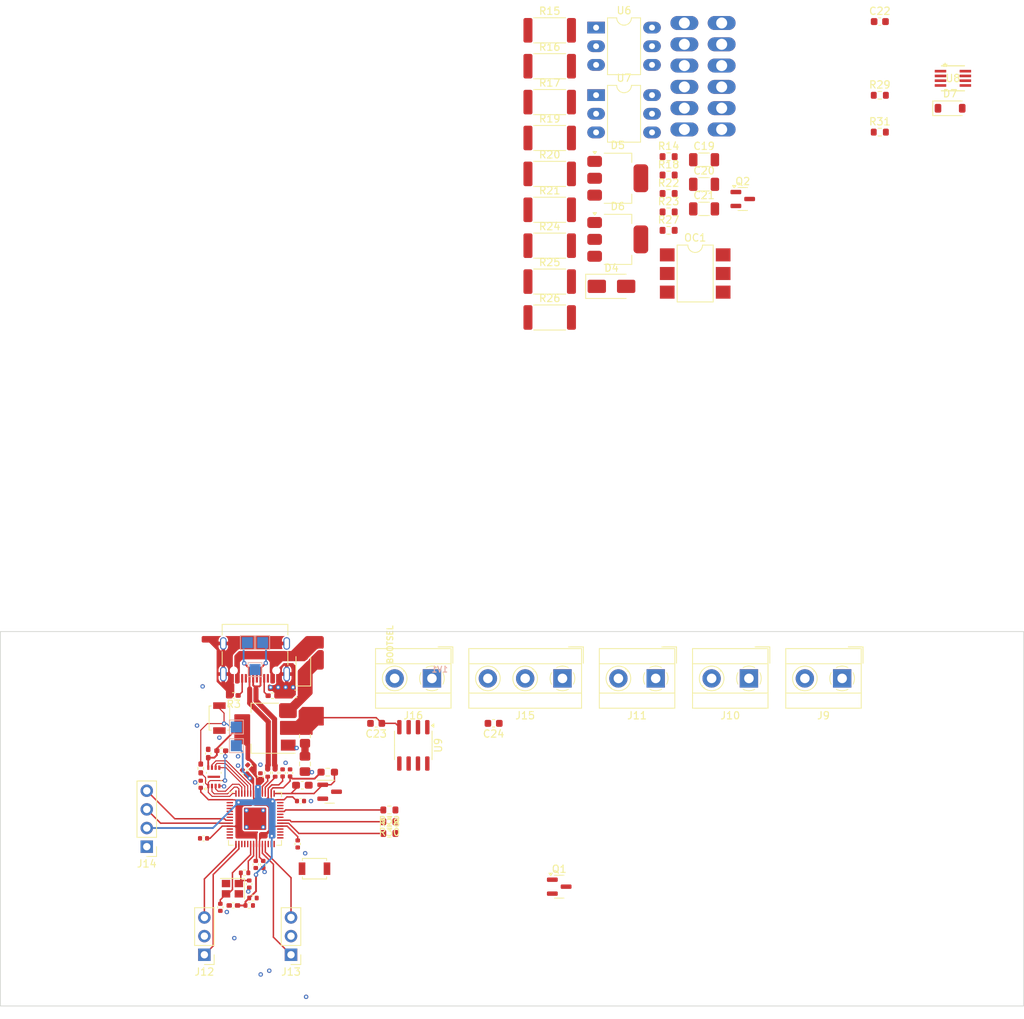
<source format=kicad_pcb>
(kicad_pcb (version 20240108) (generator "pcbnew") (generator_version "8.0")
  (layers (0 "F.Cu" signal) (31 "B.Cu" signal) (34 "B.Paste" user) (35 "F.Paste" user) (36 "B.SilkS" user "B.Silkscreen") (37 "F.SilkS" user "F.Silkscreen") (38 "B.Mask" user) (39 "F.Mask" user) (44 "Edge.Cuts" user))
  (net 0 "")
  (net 1 "Net-(C3-Pad1)")
  (net 2 "GND")
  (net 3 "+3V3")
  (net 4 "/XIN")
  (net 5 "+5V")
  (net 6 "+1V1")
  (net 7 "VBUS")
  (net 8 "Net-(C19-Pad1)")
  (net 9 "/High Voltage/AC_N")
  (net 10 "/EEPROM_SCL")
  (net 11 "Net-(J1-CC1)")
  (net 12 "/D+")
  (net 13 "/D-")
  (net 15 "Net-(J1-CC2)")
  (net 17 "/SWCLK")
  (net 18 "/RUN")
  (net 19 "/GPIO0")
  (net 20 "/GPIO1")
  (net 21 "/GPIO2")
  (net 22 "/GPIO3")
  (net 23 "/GPIO4")
  (net 24 "/GPIO5")
  (net 25 "Net-(C20-Pad1)")
  (net 26 "Net-(D5-A1)")
  (net 27 "/GPIO8")
  (net 28 "/GPIO9")
  (net 29 "/GPIO10")
  (net 30 "/GPIO11")
  (net 31 "Net-(C21-Pad1)")
  (net 32 "Net-(D6-A1)")
  (net 33 "Net-(D7-K)")
  (net 34 "Net-(D4-K)")
  (net 35 "Net-(D5-G)")
  (net 36 "/GPIO28_ADC2")
  (net 37 "/GPIO27_ADC1")
  (net 38 "/High Voltage/AC_L")
  (net 39 "Net-(D6-G)")
  (net 40 "Net-(D7-A)")
  (net 41 "Net-(J9-Pin_1)")
  (net 42 "/GPIO19")
  (net 43 "Net-(J10-Pin_1)")
  (net 44 "Net-(J11-Pin_2)")
  (net 45 "/GPIO16")
  (net 46 "/3V0_VREF")
  (net 47 "/QSPI_SS")
  (net 48 "Net-(R1-Pad2)")
  (net 49 "/XOUT")
  (net 50 "/DP")
  (net 51 "/EEPROM_SDA")
  (net 52 "/QSPI_SD1")
  (net 53 "/QSPI_SD2")
  (net 54 "/QSPI_SD0")
  (net 55 "/QSPI_SCLK")
  (net 56 "/QSPI_SD3")
  (net 57 "Net-(C6-Pad1)")
  (net 58 "/DN")
  (net 59 "/UART_RX")
  (net 60 "/UART_TX")
  (net 61 "/SWDIO")
  (net 62 "/SCREEN_SCL")
  (net 63 "/SCREEN_SDA")
  (net 64 "/PRES_SENS")
  (net 65 "/Peripherals/NEG_THCPL")
  (net 66 "/Peripherals/POS_THCPL")
  (net 67 "/~{ZC_SIG}")
  (net 70 "Net-(Q1-B)")
  (net 71 "Net-(Q1-C)")
  (net 72 "Net-(Q2-B)")
  (net 73 "Net-(Q2-C)")
  (net 74 "Net-(R15-Pad2)")
  (net 75 "Net-(R18-Pad1)")
  (net 76 "Net-(R19-Pad1)")
  (net 77 "/PUMP_OUT")
  (net 78 "Net-(R23-Pad2)")
  (net 79 "Net-(R24-Pad1)")
  (net 80 "/3WAY_OUT")
  (net 81 "/BREW_SW")
  (net 82 "/STEAM_SW")
  (net 83 "/BOIL_OUT")
  (net 84 "/MAX_MISO")
  (net 85 "/MAX_SCK")
  (net 86 "/MAX_CS")
  (footprint "W25Q16JVUXIQ_TR:IC_W25Q16JVUXIQ_TR" (layer "F.Cu") (at 71.8818 69.285 90)
    (property "Reference" "U2" (hide yes))
    (property "Value" "W25Q16JVUXIQ")
  )
  (footprint "Button_Switch_SMD:SW_SPST_B3U-1000P" (layer "F.Cu") (at 72.6438 61.284 90)
    (property "Reference" "SW1" (hide yes))
    (property "Value" "BOOTSEL")
  )
  (footprint "Capacitor_SMD:C_1206_3216Metric" (layer "F.Cu") (at 138.67 -8.08)
    (property "Reference" "C21")
    (property "Value" "10nf")
  )
  (footprint "Capacitor_SMD:C_0402_1005Metric" (layer "F.Cu") (at 82.2704 68.7516 90)
    (property "Reference" "C12" (hide yes))
    (property "Value" "1u")
  )
  (footprint "Capacitor_SMD:C_0603_1608Metric_Pad1.08x0.95mm_HandSolder" (layer "F.Cu") (at 83.0578 57.982 180)
    (property "Reference" "C4" (hide yes))
    (property "Value" "2.2u")
  )
  (footprint "Footprints:Quick Disconnect" (layer "F.Cu") (at 138.525 -21.805)
    (property "Reference" "J7" (hide yes))
    (property "Value" "3WAY_L" (hide yes))
  )
  (footprint "Capacitor_SMD:C_0603_1608Metric" (layer "F.Cu") (at 162.61 -33.6)
    (property "Reference" "C22")
    (property "Value" "1uF")
  )
  (footprint "Package_TO_SOT_SMD:SOT-23" (layer "F.Cu") (at 143.94 -9.43)
    (property "Reference" "Q2")
    (property "Value" "BC847")
  )
  (footprint "Capacitor_SMD:C_0402_1005Metric" (layer "F.Cu") (at 72.7708 87.065 -90)
    (property "Reference" "C2" (hide yes))
    (property "Value" "18p")
  )
  (footprint "Footprints:Quick Disconnect" (layer "F.Cu") (at 138.525 -18.905)
    (property "Reference" "J8" (hide yes))
    (property "Value" "3WAY_N" (hide yes))
  )
  (footprint "TerminalBlock_MetzConnect:TerminalBlock_MetzConnect_Type101_RT01602HBWC_1x02_P5.08mm_Horizontal" (layer "F.Cu") (at 101.6 55.88 180)
    (property "Reference" "J16")
    (property "Value" "THCPL")
  )
  (footprint "Resistor_SMD:R_2512_6332Metric" (layer "F.Cu") (at 117.64 6.71)
    (property "Reference" "R26")
    (property "Value" "360")
  )
  (footprint "RP2040:RP2040-QFN-56" (layer "F.Cu") (at 77.5 75)
    (property "Reference" "U5" (hide yes))
    (property "Value" "RP2040")
  )
  (footprint "Resistor_SMD:R_0603_1608Metric" (layer "F.Cu") (at 162.61 -18.54)
    (property "Reference" "R31")
    (property "Value" "22k")
  )
  (footprint "Resistor_SMD:R_2512_6332Metric" (layer "F.Cu") (at 117.64 -32.41)
    (property "Reference" "R15")
    (property "Value" "100k")
  )
  (footprint "Capacitor_SMD:C_0402_1005Metric" (layer "F.Cu") (at 78.2318 69.285 90)
    (property "Reference" "C13" (hide yes))
    (property "Value" "100n")
  )
  (footprint "Resistor_SMD:R_0402_1005Metric" (layer "F.Cu") (at 76.0728 82.366 180)
    (property "Reference" "R5" (hide yes))
    (property "Value" "1k")
  )
  (footprint "Resistor_SMD:R_0603_1608Metric" (layer "F.Cu") (at 95.8 73.8 180)
    (property "Reference" "R32")
    (property "Value" "660")
  )
  (footprint "Resistor_SMD:R_0603_1608Metric" (layer "F.Cu") (at 162.61 -23.56)
    (property "Reference" "R29")
    (property "Value" "51k")
  )
  (footprint "Connector_PinHeader_2.54mm:PinHeader_1x04_P2.54mm_Vertical" (layer "F.Cu") (at 62.75 78.8 180)
    (property "Reference" "J14")
    (property "Value" "SCREEN")
  )
  (footprint "Resistor_SMD:R_0603_1608Metric" (layer "F.Cu") (at 133.84 -5.16)
    (property "Reference" "R27")
    (property "Value" "27k")
  )
  (footprint "Capacitor_SMD:C_0402_1005Metric" (layer "F.Cu") (at 83.6928 72.587)
    (property "Reference" "C14" (hide yes))
    (property "Value" "100n")
  )
  (footprint "Capacitor_SMD:C_0402_1005Metric_Pad0.74x0.62mm_HandSolder" (layer "F.Cu") (at 74.5488 86.811 180)
    (property "Reference" "C1" (hide yes))
    (property "Value" "100n")
  )
  (footprint "Capacitor_SMD:C_1206_3216Metric" (layer "F.Cu") (at 138.67 -11.43)
    (property "Reference" "C20")
    (property "Value" "10nf")
  )
  (footprint "Capacitor_SMD:C_0402_1005Metric" (layer "F.Cu") (at 76.7078 83.89 -90)
    (property "Reference" "C3" (hide yes))
    (property "Value" "18p")
  )
  (footprint "Package_TO_SOT_SMD:SOT-223" (layer "F.Cu") (at 126.91 -12.255)
    (property "Reference" "D5")
    (property "Value" "Z0107MN")
  )
  (footprint "Package_TO_SOT_SMD:SOT-223-3_TabPin2" (layer "F.Cu") (at 78.8668 62.667 180)
    (property "Reference" "U3" (hide yes))
    (property "Value" "AMS1117-3.3")
  )
  (footprint "Diode_SMD:D_SMA" (layer "F.Cu") (at 126.055 2.47)
    (property "Reference" "D4")
    (property "Value" "BYG23M-E3/TR")
  )
  (footprint "Capacitor_SMD:C_0603_1608Metric" (layer "F.Cu") (at 94 62 180)
    (property "Reference" "C23")
    (property "Value" "0.1u")
  )
  (footprint "Capacitor_SMD:C_1206_3216Metric" (layer "F.Cu") (at 138.67 -14.78)
    (property "Reference" "C19")
    (property "Value" "10nf")
  )
  (footprint "Footprints:Quick Disconnect" (layer "F.Cu") (at 138.525 -24.705)
    (property "Reference" "J6" (hide yes))
    (property "Value" "PUMP_N" (hide yes))
  )
  (footprint "Resistor_SMD:R_2512_6332Metric" (layer "F.Cu") (at 117.64 -27.52)
    (property "Reference" "R16")
    (property "Value" "100k")
  )
  (footprint "Connector_PinHeader_2.54mm:PinHeader_1x03_P2.54mm_Vertical" (layer "F.Cu") (at 82.4 93.525 180)
    (property "Reference" "J13")
    (property "Value" "DEBUG")
  )
  (footprint "TerminalBlock_MetzConnect:TerminalBlock_MetzConnect_Type101_RT01602HBWC_1x02_P5.08mm_Horizontal" (layer "F.Cu") (at 144.78 55.88 180)
    (property "Reference" "J10")
    (property "Value" "STEAM_SW")
  )
  (footprint "Resistor_SMD:R_2512_6332Metric" (layer "F.Cu") (at 117.64 -7.96)
    (property "Reference" "R21")
    (property "Value" "360")
  )
  (footprint "Capacitor_SMD:C_0402_1005Metric" (layer "F.Cu") (at 77.5968 81.223 -90)
    (property "Reference" "C18" (hide yes))
    (property "Value" "100n")
  )
  (footprint "Resistor_SMD:R_2512_6332Metric" (layer "F.Cu") (at 117.64 -17.74)
    (property "Reference" "R19")
    (property "Value" "360")
  )
  (footprint "Resistor_SMD:R_2512_6332Metric" (layer "F.Cu") (at 117.64 -12.85)
    (property "Reference" "R20")
    (property "Value" "39")
  )
  (footprint "Capacitor_SMD:C_0603_1608Metric_Pad1.08x0.95mm_HandSolder" (layer "F.Cu") (at 83.9468 70.428)
    (property "Reference" "C7" (hide yes))
    (property "Value" "10n C0G")
  )
  (footprint "Capacitor_SMD:C_0402_1005Metric" (layer "F.Cu") (at 70.4848 77.667 180)
    (property "Reference" "C17" (hide yes))
    (property "Value" "100n")
  )
  (footprint "TerminalBlock_MetzConnect:TerminalBlock_MetzConnect_Type101_RT01603HBWC_1x03_P5.08mm_Horizontal" (layer "F.Cu") (at 119.38 55.88 180)
    (property "Reference" "J15")
    (property "Value" "PRES_SENS")
  )
  (footprint "Connector_PinHeader_2.54mm:PinHeader_1x03_P2.54mm_Vertical" (layer "F.Cu") (at 70.6 93.525 180)
    (property "Reference" "J12")
    (property "Value" "UART")
  )
  (footprint "Resistor_SMD:R_0402_1005Metric" (layer "F.Cu") (at 80.2384 68.7516 -90)
    (property "Reference" "R9" (hide yes))
    (property "Value" "27")
  )
  (footprint "Capacitor_SMD:C_0402_1005Metric" (layer "F.Cu") (at 83.3118 78.429 -90)
    (property "Reference" "C11" (hide yes))
    (property "Value" "100n")
  )
  (footprint "Package_SO:SOIC-8_3.9x4.9mm_P1.27mm" (layer "F.Cu") (at 99.06 65 -90)
    (property "Reference" "U9")
    (property "Value" "MAX31855")
  )
  (footprint "Diode_SMD:D_SOD-123" (layer "F.Cu") (at 84.0738 54.553 90)
    (property "Reference" "D1" (hide yes))
    (property "Value" "B5819W")
  )
  (footprint "Package_DIP:SMDIP-6_W7.62mm" (layer "F.Cu") (at 137.46 0.72)
    (property "Reference" "OC1")
    (property "Value" "4N35")
  )
  (footprint "Package_DIP:DIP-6_W7.62mm_LongPads" (layer "F.Cu") (at 123.96 -23.58)
    (property "Reference" "U7")
    (property "Value" "MOC3063M")
  )
  (footprint "Crystal:Crystal_SMD_2520-4Pin_2.5x2.0mm" (layer "F.Cu") (at 74.4218 84.525 180)
    (property "Reference" "Y1" (hide yes))
    (property "Value" "ECS-120-12-36-AGN-TR3")
  )
  (footprint "Resistor_SMD:R_0603_1608Metric" (layer "F.Cu") (at 95.8 77)
    (property "Reference" "R28")
    (property "Value" "660")
  )
  (footprint "Resistor_SMD:R_0805_2012Metric_Pad1.20x1.40mm_HandSolder" (layer "F.Cu") (at 84.3024 63.7224 90)
    (property "Reference" "R6" (hide yes))
    (property "Value" "470mOhm")
  )
  (footprint "Resistor_SMD:R_2512_6332Metric" (layer "F.Cu") (at 117.64 -3.07)
    (property "Reference" "R24")
    (property "Value" "360")
  )
  (footprint "Resistor_SMD:R_0603_1608Metric" (layer "F.Cu") (at 133.84 -12.69)
    (property "Reference" "R18")
    (property "Value" "360")
  )
  (footprint "Package_TO_SOT_SMD:SOT-23" (layer "F.Cu") (at 118.9375 84.25)
    (property "Reference" "Q1")
    (property "Value" "BC847")
  )
  (footprint "Footprints:Quick Disconnect" (layer "F.Cu") (at 138.525 -33.405)
    (property "Reference" "J3" (hide yes))
    (property "Value" "AC_L" (hide yes))
  )
  (footprint "Resistor_SMD:R_0402_1005Metric_Pad0.72x0.64mm_HandSolder" (layer "F.Cu") (at 70.1038 68.142 90)
    (property "Reference" "R1" (hide yes))
    (property "Value" "1k")
  )
  (footprint "Resistor_SMD:R_0603_1608Metric" (layer "F.Cu") (at 133.84 -15.2)
    (property "Reference" "R14")
    (property "Value" "4.7k")
  )
  (footprint "TerminalBlock_MetzConnect:TerminalBlock_MetzConnect_Type101_RT01602HBWC_1x02_P5.08mm_Horizontal" (layer "F.Cu") (at 132.08 55.88 180)
    (property "Reference" "J11")
    (property "Value" "BOILER_SSR")
  )
  (footprint "Resistor_SMD:R_0402_1005Metric_Pad0.72x0.64mm_HandSolder" (layer "F.Cu") (at 74.5975 58.2 180)
    (property "Reference" "R3")
    (property "Value" "5.1k")
  )
  (footprint "Resistor_SMD:R_0603_1608Metric" (layer "F.Cu") (at 95.8 75.4 180)
    (property "Reference" "R30")
    (property "Value" "660")
  )
  (footprint "Connector_USB:USB_C_Receptacle_Palconn_UTC16-G" (layer "F.Cu") (at 77.4952 53.357 180)
    (property "Reference" "J1" (hide yes))
    (property "Value" "USB_C_Receptacle_USB2.0")
  )
  (footprint "Resistor_SMD:R_0402_1005Metric" (layer "F.Cu") (at 77.2158 85.795)
    (property "Reference" "R10" (hide yes))
    (property "Value" "1k")
  )
  (footprint "Footprints:Quick Disconnect" (layer "F.Cu") (at 138.525 -30.505)
    (property "Reference" "J4" (hide yes))
    (property "Value" "AC_N" (hide yes))
  )
  (footprint "Footprints:DCT8" (layer "F.Cu") (at 172.5717 -25.87)
    (property "Reference" "U8")
    (property "Value" "SN74LVC3G14DCTR")
  )
  (footprint "Capacitor_SMD:C_0402_1005Metric" (layer "F.Cu") (at 70.1038 70.301 90)
    (property "Reference" "C16" (hide yes))
    (property "Value" "100n")
  )
  (footprint "TerminalBlock_MetzConnect:TerminalBlock_MetzConnect_Type101_RT01602HBWC_1x02_P5.08mm_Horizontal" (layer "F.Cu") (at 157.48 55.88 180)
    (property "Reference" "J9")
    (property "Value" "BREW_SW")
  )
  (footprint "Package_TO_SOT_SMD:SOT-223" (layer "F.Cu") (at 126.91 -3.93)
    (property "Reference" "D6")
    (property "Value" "Z0107MN")
  )
  (footprint "Resistor_SMD:R_0402_1005Metric" (layer "F.Cu") (at 76.7058 86.813)
    (property "Reference" "R11" (hide yes))
    (property "Value" "1k")
  )
  (footprint "Resistor_SMD:R_0402_1005Metric_Pad0.72x0.64mm_HandSolder" (layer "F.Cu") (at 79.8828 58.236)
    (property "Reference" "R4" (hide yes))
    (property "Value" "5.1k")
  )
  (footprint "Package_TO_SOT_SMD:SOT-23" (layer "F.Cu") (at 87.66 71.317)
    (property "Reference" "U4" (hide yes))
    (property "Value" "LM4040DBZ-3")
  )
  (footprint "Resistor_SMD:R_0402_1005Metric_Pad0.72x0.64mm_HandSolder" (layer "F.Cu") (at 72.8978 65.729)
    (property "Reference" "R2" (hide yes))
    (property "Value" "DNP")
  )
  (footprint "Button_Switch_SMD:SW_SPST_B3U-1000P" (layer "F.Cu") (at 85.6 81.8)
    (property "Reference" "SW2" (hide yes))
    (property "Value" "RES")
  )
  (footprint "Footprints:Quick Disconnect" (layer "F.Cu") (at 138.525 -27.605)
    (property "Reference" "J5" (hide yes))
    (property "Value" "PUMP_L" (hide yes))
  )
  (footprint "Capacitor_SMD:C_0402_1005Metric" (layer "F.Cu") (at 78.6128 81.223 -90)
    (property "Reference" "C9" (hide yes))
    (property "Value" "100n")
  )
  (footprint "Diode_SMD:D_SOD-123" (layer "F.Cu") (at 172.185 -21.79)
    (property "Reference" "D7")
    (property "Value" "1N4148W")
  )
  (footprint "Capacitor_SMD:C_0805_2012Metric_Pad1.18x1.45mm_HandSolder" (layer "F.Cu") (at 84.3024 67.5324 -90)
    (property "Reference" "C6" (hide yes))
    (property "Value" "10u")
  )
  (footprint "Resistor_SMD:R_0603_1608Metric_Pad0.98x0.95mm_HandSolder" (layer "F.Cu") (at 87.406 68.65 180)
    (property "Reference" "R7" (hide yes))
    (property "Value" "150")
  )
  (footprint "Resistor_SMD:R_0402_1005Metric" (layer "F.Cu") (at 79.2224 68.7516 -90)
    (property "Reference" "R8" (hide yes))
    (property "Value" "27")
  )
  (footprint "Resistor_SMD:R_0603_1608Metric" (layer "F.Cu") (at 133.84 -7.67)
    (property "Reference" "R23")
    (property "Value" "360")
  )
  (footprint "Capacitor_SMD:C_0402_1005Metric" (layer "F.Cu") (at 76.8348 68.015 135)
    (property "Reference" "C15" (hide yes))
    (property "Value" "100n")
  )
  (footprint "Resistor_SMD:R_0603_1608Metric" (layer "F.Cu") (at 133.84 -10.18)
    (property "Reference" "R22")
    (property "Value" "27k")
  )
  (footprint "Resistor_SMD:R_2512_6332Metric" (layer "F.Cu") (at 117.64 -22.63)
    (property "Reference" "R17")
    (property "Value" "39")
  )
  (footprint "Capacitor_SMD:C_0402_1005Metric" (layer "F.Cu") (at 81.2544 68.7516 90)
    (property "Reference" "C10" (hide yes))
    (property "Value" "1u")
  )
  (footprint "Capacitor_SMD:C_0402_1005Metric" (layer "F.Cu") (at 76.114389 68.691589 135)
    (property "Reference" "C8" (hide yes))
    (property "Value" "100n")
  )
  (footprint "Capacitor_SMD:C_0603_1608Metric" (layer "F.Cu") (at 110 62 180)
    (property "Reference" "C24")
    (property "Value" "1u")
  )
  (footprint "Package_DIP:DIP-6_W7.62mm_LongPads" (layer "F.Cu") (at 123.96 -32.78)
    (property "Reference" "U6")
    (property "Value" "MOC3063M")
  )
  (footprint "Capacitor_SMD:C_0402_1005Metric_Pad0.74x0.62mm_HandSolder" (layer "F.Cu") (at 71.1198 66.11 90)
    (property "Reference" "C5" (hide yes))
    (property "Value" "100n")
  )
  (footprint "Resistor_SMD:R_2512_6332Metric" (layer "F.Cu") (at 117.64 1.82)
    (property "Reference" "R25")
    (property "Value" "39")
  )
  (footprint "TestPoint:TestPoint_Pad_1.5x1.5mm" (layer "B.Cu") (at 74.9552 65.0432 180)
    (property "Reference" "TP2" (hide yes))
    (property "Value" "VREG")
  )
  (footprint "TestPoint:TestPoint_Pad_1.5x1.5mm" (layer "B.Cu") (at 77.4952 54.68 180)
    (property "Reference" "TP4" (hide yes))
    (property "Value" "GND")
  )
  (footprint "TestPoint:TestPoint_Pad_1.5x1.5mm" (layer "B.Cu") (at 74.9552 62.5032 180)
    (property "Reference" "TP1" (hide yes))
    (property "Value" "BOOTSEL")
  )
  (footprint "TestPoint:TestPoint_Pad_1.5x1.5mm" (layer "B.Cu") (at 76.4538 50.997 180)
    (property "Reference" "TP5" (hide yes))
    (property "Value" "D+")
  )
  (footprint "TestPoint:TestPoint_Pad_1.5x1.5mm" (layer "B.Cu") (at 78.5366 50.997 180)
    (property "Reference" "TP7" (hide yes))
    (property "Value" "D-")
  )
  (gr_rect (start 42.8058 49.5) (end 182.2148 100.5) (stroke (width 0.1)) (fill none) (layer "Edge.Cuts"))
  (gr_text "1V1" (at 103.8558 55.118 0) (layer "B.SilkS") (effects (font (size 0.8 0.8)) (justify left bottom mirror)))
  (gr_text "BOOTSEL" (at 96.3628 53.975 90) (layer "F.SilkS") (effects (font (size 0.8 0.8)) (justify left bottom)))
  (segment (start 75.7118 83.41) (end 75.2968 83.825) (width 0.2) (layer "F.Cu") (net 1))
  (segment (start 76.7078 83.41) (end 75.7118 83.41) (width 0.2) (layer "F.Cu") (net 1))
  (segment (start 75.5628 82.366) (end 75.5628 83.559) (width 0.2) (layer "F.Cu") (net 1))
  (segment (start 73.227738 70.535) (end 73.274363 70.581625) (width 0.15) (layer "F.Cu") (net 2))
  (segment (start 72.6318 70.535) (end 73.227738 70.535) (width 0.15) (layer "F.Cu") (net 2))
  (via (at 72.6438 63.951) (size 0.6) (drill 0.3) (layers "F.Cu" "B.Cu") (net 2))
  (via (at 69.3418 70.047) (size 0.6) (drill 0.3) (layers "F.Cu" "B.Cu") (net 2))
  (via (at 74.6758 91.256) (size 0.6) (drill 0.3) (layers "F.Cu" "B.Cu") (net 2))
  (via (at 78.6128 73.857) (size 0.6) (drill 0.3) (layers "F.Cu" "B.Cu") (net 2))
  (via (at 70.3578 56.966) (size 0.6) (drill 0.3) (layers "F.Cu" "B.Cu") (net 2))
  (via (at 69.5958 62.3) (size 0.6) (drill 0.3) (layers "F.Cu" "B.Cu") (net 2))
  (via (at 78.6128 76.143) (size 0.6) (drill 0.3) (layers "F.Cu" "B.Cu") (net 2))
  (via (at 81.6608 57.093) (size 0.6) (drill 0.3) (layers "F.Cu" "B.Cu") (net 2))
  (via (at 73.6598 87.7) (size 0.6) (drill 0.3) (layers "F.Cu" "B.Cu") (net 2))
  (via (at 81.6608 67.38) (size 0.6) (drill 0.3) (layers "F.Cu" "B.Cu") (net 2))
  (via (at 76.3268 73.857) (size 0.6) (drill 0.3) (layers "F.Cu" "B.Cu") (net 2))
  (via (at 83.159605 65.358382) (size 0.6) (drill 0.3) (layers "F.Cu" "B.Cu") (net 2))
  (via (at 78.2318 67.634) (size 0.6) (drill 0.3) (layers "F.Cu" "B.Cu") (net 2))
  (via (at 76.3268 76.143) (size 0.6) (drill 0.3) (layers "F.Cu" "B.Cu") (net 2))
  (via (at 79.6288 57.093) (size 0.6) (drill 0.3) (layers "F.Cu" "B.Cu") (net 2))
  (via (at 75.1838 67.761) (size 0.6) (drill 0.3) (layers "F.Cu" "B.Cu") (net 2))
  (via (at 80.6448 57.093) (size 0.6) (drill 0.3) (layers "F.Cu" "B.Cu") (net 2))
  (via (at 73.274363 70.581625) (size 0.6) (drill 0.3) (layers "F.Cu" "B.Cu") (net 2))
  (via (at 84.4548 99.257) (size 0.6) (drill 0.3) (layers "F.Cu" "B.Cu") (net 2))
  (via (at 76.5808 84.906) (size 0.6) (drill 0.3) (layers "F.Cu" "B.Cu") (net 2))
  (via (at 78.8003 82.239) (size 0.6) (drill 0.3) (layers "F.Cu" "B.Cu") (net 2))
  (via (at 75.1838 66.491) (size 0.6) (drill 0.3) (layers "F.Cu" "B.Cu") (net 2))
  (via (at 79.4353 95.701) (size 0.6) (drill 0.3) (layers "F.Cu" "B.Cu") (net 2))
  (via (at 85.12 72.587) (size 0.6) (drill 0.3) (layers "F.Cu" "B.Cu") (net 2))
  (via (at 85.247 68.65) (size 0.6) (drill 0.3) (layers "F.Cu" "B.Cu") (net 2))
  (via (at 84.3278 79.699) (size 0.6) (drill 0.3) (layers "F.Cu" "B.Cu") (net 2))
  (via (at 82.6768 57.093) (size 0.6) (drill 0.3) (layers "F.Cu" "B.Cu") (net 2))
  (via (at 78.2698 96.209) (size 0.6) (drill 0.3) (layers "F.Cu" "B.Cu") (net 2))
  (segment (start 72.3003 66.3265) (end 71.9493 66.6775) (width 0.25) (layer "F.Cu") (net 3))
  (segment (start 82.6233 72.0255) (end 81.8413 72.0255) (width 0.2) (layer "F.Cu") (net 3))
  (segment (start 81.356 70.7836) (end 82.2704 69.8692) (width 0.2) (layer "F.Cu") (net 3))
  (segment (start 97.155 62.525) (end 96.63 62) (width 0.2) (layer "F.Cu") (net 3))
  (segment (start 82.2704 69.8692) (end 82.2704 69.2316) (width 0.2) (layer "F.Cu") (net 3))
  (segment (start 83.1848 72.587) (end 82.6233 72.0255) (width 0.2) (layer "F.Cu") (net 3))
  (segment (start 77.630361 82.619222) (end 77.630361 84.870439) (width 0.25) (layer "F.Cu") (net 3))
  (segment (start 94.775 62) (end 94 61.225) (width 0.2) (layer "F.Cu") (net 3))
  (segment (start 77.630361 84.870439) (end 76.7058 85.795) (width 0.25) (layer "F.Cu") (net 3))
  (segment (start 71.9493 66.6775) (end 71.1198 66.6775) (width 0.25) (layer "F.Cu") (net 3))
  (segment (start 85.6045 69.539) (end 82.5778 69.539) (width 0.25) (layer "F.Cu") (net 3))
  (segment (start 76.1978 86.811) (end 76.1978 86.303) (width 0.25) (layer "F.Cu") (net 3))
  (segment (start 70.1038 71.3538) (end 70.1038 70.781) (width 0.2) (layer "F.Cu") (net 3))
  (segment (start 80.9375 76) (end 81.876005 76) (width 0.2) (layer "F.Cu") (net 3))
  (segment (start 71.15 72.4) (end 70.1038 71.3538) (width 0.2) (layer "F.Cu") (net 3))
  (segment (start 82.5778 69.539) (end 82.2704 69.2316) (width 0.25) (layer "F.Cu") (net 3))
  (segment (start 76.1978 86.303) (end 76.7058 85.795) (width 0.25) (layer "F.Cu") (net 3))
  (segment (start 81.876005 76) (end 83.3118 77.435795) (width 0.2) (layer "F.Cu") (net 3))
  (segment (start 79.946426 70.7836) (end 81.356 70.7836) (width 0.2) (layer "F.Cu") (net 3))
  (segment (start 71.364496 77.667) (end 73.031496 76) (width 0.2) (layer "F.Cu") (net 3))
  (segment (start 85.7998 61.225) (end 84.3024 62.7224) (width 0.2) (layer "F.Cu") (net 3))
  (segment (start 72.3003 65.4375) (end 75.0708 62.667) (width 0.25) (layer "F.Cu") (net 3))
  (segment (start 71.1198 66.6775) (end 71.1198 68.023) (width 0.25) (layer "F.Cu") (net 3))
  (segment (start 79.7 71.030026) (end 79.946426 70.7836) (width 0.2) (layer "F.Cu") (net 3))
  (segment (start 74.0625 72.4) (end 71.15 72.4) (width 0.2) (layer "F.Cu") (net 3))
  (segment (start 75.1163 86.811) (end 76.1978 86.811) (width 0.25) (layer "F.Cu") (net 3))
  (segment (start 94 61.225) (end 85.7998 61.225) (width 0.2) (layer "F.Cu") (net 3))
  (segment (start 74.0625 76) (end 73.031496 76) (width 0.2) (layer "F.Cu") (net 3))
  (segment (start 72.3003 65.729) (end 72.3003 66.3265) (width 0.25) (layer "F.Cu") (net 3))
  (segment (start 79.7 71.5625) (end 79.7 71.030026) (width 0.2) (layer "F.Cu") (net 3))
  (segment (start 81.4668 72.4) (end 80.9375 72.4) (width 0.2) (layer "F.Cu") (net 3))
  (segment (start 96.63 62) (end 94.775 62) (width 0.2) (layer "F.Cu") (net 3))
  (segment (start 81.8413 72.0255) (end 81.4668 72.4) (width 0.2) (layer "F.Cu") (net 3))
  (segment (start 77.7 78.4375) (end 77.7 80.6398) (width 0.2) (layer "F.Cu") (net 3))
  (segment (start 72.3003 65.729) (end 72.3003 65.4375) (width 0.25) (layer "F.Cu") (net 3))
  (segment (start 86.4935 68.65) (end 85.6045 69.539) (width 0.25) (layer "F.Cu") (net 3))
  (segment (start 71.364496 77.667) (end 70.9648 77.667) (width 0.2) (layer "F.Cu") (net 3))
  (segment (start 83.3118 77.435795) (end 83.3118 77.949) (width 0.2) (layer "F.Cu") (net 3))
  (via (at 79.7812 77.3368) (size 0.6) (drill 0.3) (layers "F.Cu" "B.Cu") (net 3))
  (via (at 79.8828 72.6124) (size 0.6) (drill 0.3) (layers "F.Cu" "B.Cu") (net 3))
  (via (at 77.9005 70.682) (size 0.6) (drill 0.3) (layers "F.Cu" "B.Cu") (net 3))
  (via (at 75.26 72.7648) (size 0.6) (drill 0.3) (layers "F.Cu" "B.Cu") (net 3))
  (via (at 77.630361 82.619222) (size 0.6) (drill 0.3) (layers "F.Cu" "B.Cu") (net 3))
  (segment (start 75.26 72.7648) (end 71.7648 76.26) (width 0.25) (layer "B.Cu") (net 3))
  (segment (start 71.7648 76.26) (end 62.75 76.26) (width 0.25) (layer "B.Cu") (net 3))
  (segment (start 79.7812 80.3086) (end 79.7812 77.3368) (width 0.25) (layer "B.Cu") (net 3))
  (segment (start 77.630361 82.459439) (end 79.7812 80.3086) (width 0.25) (layer "B.Cu") (net 3))
  (segment (start 77.630361 82.619222) (end 77.630361 82.459439) (width 0.25) (layer "B.Cu") (net 3))
  (segment (start 73.8488 85.225) (end 74.4218 84.652) (width 0.2) (layer "F.Cu") (net 4))
  (segment (start 73.5468 85.273) (end 72.7708 86.049) (width 0.2) (layer "F.Cu") (net 4))
  (segment (start 74.4218 82.366) (end 76.9 79.8878) (width 0.2) (layer "F.Cu") (net 4))
  (segment (start 74.4218 84.652) (end 74.4218 82.366) (width 0.2) (layer "F.Cu") (net 4))
  (segment (start 72.7708 86.049) (end 72.7708 86.585) (width 0.2) (layer "F.Cu") (net 4))
  (segment (start 76.9 79.8878) (end 76.9 78.4375) (width 0.2) (layer "F.Cu") (net 4))
  (segment (start 79.78074 70.3836) (end 80.74 70.3836) (width 0.2) (layer "F.Cu") (net 6))
  (segment (start 79.3 70.86434) (end 79.78074 70.3836) (width 0.2) (layer "F.Cu") (net 6))
  (segment (start 78.1 80.2302) (end 78.6128 80.743) (width 0.2) (layer "F.Cu") (net 6))
  (segment (start 80.74 70.3836) (end 81.2544 69.8692) (width 0.2) (layer "F.Cu") (net 6))
  (segment (start 78.1 78.4375) (end 78.1 80.2302) (width 0.2) (layer "F.Cu") (net 6))
  (segment (start 79.3 71.5625) (end 79.3 70.86434) (width 0.2) (layer "F.Cu") (net 6))
  (segment (start 81.2544 69.8692) (end 81.2544 69.2316) (width 0.2) (layer "F.Cu") (net 6))
  (via (at 76.777348 69.469452) (size 0.6) (drill 0.3) (layers "F.Cu" "B.Cu") (net 6))
  (segment (start 76.777348 69.469452) (end 75.8188 68.510904) (width 0.25) (layer "B.Cu") (net 6))
  (segment (start 75.8188 65.9068) (end 74.9552 65.0432) (width 0.25) (layer "B.Cu") (net 6))
  (segment (start 75.8188 68.510904) (end 75.8188 65.9068) (width 0.25) (layer "B.Cu") (net 6))
  (segment (start 78.7452 57.7334) (end 79.2478 58.236) (width 0.2) (layer "F.Cu") (net 11))
  (segment (start 78.7452 55.867) (end 78.7452 57.7334) (width 0.2) (layer "F.Cu") (net 11))
  (segment (start 79.3054 61.781682) (end 76.774058 59.25034) (width 0.7) (layer "F.Cu") (net 12))
  (segment (start 76.9128 54.934) (end 77.5968 54.934) (width 0.25) (layer "F.Cu") (net 12))
  (segment (start 76.7452 57.285716) (end 76.774059 57.314575) (width 0.25) (layer "F.Cu") (net 12))
  (segment (start 76.7452 55.867) (end 76.7452 57.285716) (width 0.25) (layer "F.Cu") (net 12))
  (segment (start 76.7452 54.5396) (end 76.7452 55.867) (width 0.25) (layer "F.Cu") (net 12))
  (segment (start 76.022 53.8164) (end 76.7452 54.5396) (width 0.25) (layer "F.Cu") (net 12))
  (segment (start 76.7452 55.1016) (end 76.9128 54.934) (width 0.25) (layer "F.Cu") (net 12))
  (segment (start 79.2224 67.761599) (end 79.3054 67.678599) (width 0.7) (layer "F.Cu") (net 12))
  (segment (start 77.5968 54.934) (end 77.7452 55.0824) (width 0.25) (layer "F.Cu") (net 12))
  (segment (start 77.7452 55.0824) (end 77.7452 55.867) (width 0.25) (layer "F.Cu") (net 12))
  (segment (start 79.3054 67.678599) (end 79.3054 61.781682) (width 0.7) (layer "F.Cu") (net 12))
  (segment (start 79.2224 68.2416) (end 79.2224 67.761599) (width 0.7) (layer "F.Cu") (net 12))
  (segment (start 76.7452 55.867) (end 76.7452 55.1016) (width 0.25) (layer "F.Cu") (net 12))
  (segment (start 76.774058 59.25034) (end 76.774059 57.314575) (width 0.7) (layer "F.Cu") (net 12))
  (via (at 76.022 53.8164) (size 0.6) (drill 0.3) (layers "F.Cu" "B.Cu") (net 12))
  (segment (start 75.9458 53.7402) (end 75.9458 51.505) (width 0.25) (layer "B.Cu") (net 12))
  (segment (start 76.022 53.8164) (end 75.9458 53.7402) (width 0.25) (layer "B.Cu") (net 12))
  (segment (start 78.2452 55.867) (end 78.2452 54.5142) (width 0.25) (layer "F.Cu") (net 13))
  (segment (start 77.2452 56.812) (end 77.2452 55.867) (width 0.25) (layer "F.Cu") (net 13))
  (segment (start 77.7238 57.214834) (end 77.7238 56.966) (width 0.25) (layer "F.Cu") (net 13))
  (segment (start 78.2452 56.8256) (end 78.1048 56.966) (width 0.25) (layer "F.Cu") (net 13))
  (segment (start 78.2452 54.5142) (end 78.9684 53.791) (width 0.25) (layer "F.Cu") (net 13))
  (segment (start 80.1554 67.678599) (end 80.1554 61.4296) (width 0.7) (layer "F.Cu") (net 13))
  (segment (start 77.624059 57.314575) (end 77.7238 57.214834) (width 0.25) (layer "F.Cu") (net 13))
  (segment (start 78.1048 56.966) (end 77.3992 56.966) (width 0.25) (layer "F.Cu") (net 13))
  (segment (start 77.624059 58.898259) (end 77.624059 57.314575) (width 0.7) (layer "F.Cu") (net 13))
  (segment (start 77.3992 56.966) (end 77.2452 56.812) (width 0.25) (layer "F.Cu") (net 13))
  (segment (start 80.1554 61.4296) (end 77.624059 58.898259) (width 0.7) (layer "F.Cu") (net 13))
  (segment (start 80.2384 67.761599) (end 80.1554 67.678599) (width 0.7) (layer "F.Cu") (net 13))
  (segment (start 77.7238 56.966) (end 77.3992 56.966) (width 0.25) (layer "F.Cu") (net 13))
  (segment (start 78.2452 55.867) (end 78.2452 56.8256) (width 0.25) (layer "F.Cu") (net 13))
  (segment (start 80.2384 68.2416) (end 80.2384 67.761599) (width 0.7) (layer "F.Cu") (net 13))
  (via (at 78.9684 53.791) (size 0.6) (drill 0.3) (layers "F.Cu" "B.Cu") (net 13))
  (segment (start 78.9684 53.791) (end 78.9938 53.7656) (width 0.25) (layer "B.Cu") (net 13))
  (segment (start 78.9938 53.7656) (end 78.9938 51.4542) (width 0.25) (layer "B.Cu") (net 13))
  (segment (start 75.7452 55.867) (end 75.7452 57.71935) (width 0.2) (layer "F.Cu") (net 15))
  (segment (start 75.7452 57.71935) (end 75.22855 58.236) (width 0.2) (layer "F.Cu") (net 15))
  (segment (start 78.968934 80.163) (end 80 81.194066) (width 0.2) (layer "F.Cu") (net 17))
  (segment (start 78.963 80.163) (end 78.968934 80.163) (width 0.2) (layer "F.Cu") (net 17))
  (segment (start 80 81.194066) (end 80 91.125) (width 0.2) (layer "F.Cu") (net 17))
  (segment (start 78.5 78.4375) (end 78.5 79.7) (width 0.2) (layer "F.Cu") (net 17))
  (segment (start 78.5 79.7) (end 78.963 80.163) (width 0.2) (layer "F.Cu") (net 17))
  (segment (start 80 91.125) (end 82.4 93.525) (width 0.2) (layer "F.Cu") (net 17))
  (segment (start 87.848 70.367) (end 86.7225 70.367) (width 0.2) (layer "F.Cu") (net 46))
  (segment (start 82.9658 71.5625) (end 85.527 71.5625) (width 0.2) (layer "F.Cu") (net 46))
  (segment (start 88.3185 69.8965) (end 87.848 70.367) (width 0.2) (layer "F.Cu") (net 46))
  (segment (start 83.0843 70.8782) (end 82.4 71.5625) (width 0.2) (layer "F.Cu") (net 46))
  (segment (start 83.0843 70.428) (end 83.0843 70.8782) (width 0.2) (layer "F.Cu") (net 46))
  (segment (start 88.3185 68.65) (end 88.3185 69.8965) (width 0.2) (layer "F.Cu") (net 46))
  (segment (start 85.527 71.5625) (end 86.7225 70.367) (width 0.2) (layer "F.Cu") (net 46))
  (segment (start 82.9658 71.5625) (end 80.1 71.5625) (width 0.2) (layer "F.Cu") (net 46))
  (segment (start 71.1318 70.052045) (end 71.1318 70.535) (width 0.15) (layer "F.Cu") (net 47))
  (segment (start 70.7568 69.3925) (end 70.1038 68.7395) (width 0.15) (layer "F.Cu") (net 47))
  (segment (start 74.0408 71.952) (end 71.6669 71.952) (width 0.15) (layer "F.Cu") (net 47))
  (segment (start 71.6669 71.952) (end 71.1318 71.4169) (width 0.15) (layer "F.Cu") (net 47))
  (segment (start 73.446976 66.491) (end 73.446976 65.777324) (width 0.15) (layer "F.Cu") (net 47))
  (segment (start 71.1318 71.4169) (end 71.1318 70.535) (width 0.15) (layer "F.Cu") (net 47))
  (segment (start 73.4058 69.793) (end 71.390845 69.793) (width 0.15) (layer "F.Cu") (net 47))
  (segment (start 70.7568 70.16) (end 70.7568 69.3925) (width 0.15) (layer "F.Cu") (net 47))
  (segment (start 74.9 71.5625) (end 74.4303 71.5625) (width 0.15) (layer "F.Cu") (net 47))
  (segment (start 74.4303 71.5625) (end 74.0408 71.952) (width 0.15) (layer "F.Cu") (net 47))
  (segment (start 71.1318 70.535) (end 70.7568 70.16) (width 0.15) (layer "F.Cu") (net 47))
  (segment (start 71.390845 69.793) (end 71.1318 70.052045) (width 0.15) (layer "F.Cu") (net 47))
  (via (at 73.4058 69.793) (size 0.6) (drill 0.3) (layers "F.Cu" "B.Cu") (net 47))
  (via (at 73.446976 66.491) (size 0.6) (drill 0.3) (layers "F.Cu" "B.Cu") (net 47))
  (segment (start 73.4058 69.793) (end 73.4058 66.532176) (width 0.15) (layer "B.Cu") (net 47))
  (segment (start 73.4058 66.532176) (end 73.446976 66.491) (width 0.15) (layer "B.Cu") (net 47))
  (segment (start 73.2788 60.609327) (end 73.2788 62.0345) (width 0.15) (layer "F.Cu") (net 48))
  (segment (start 71.0043 62.0345) (end 70.1038 62.935) (width 0.15) (layer "F.Cu") (net 48))
  (segment (start 72.6438 59.974327) (end 73.2788 60.609327) (width 0.15) (layer "F.Cu") (net 48))
  (segment (start 70.1038 62.935) (end 70.1038 67.5445) (width 0.15) (layer "F.Cu") (net 48))
  (segment (start 72.6438 59.584) (end 72.6438 59.974327) (width 0.15) (layer "F.Cu") (net 48))
  (segment (start 73.2788 62.0345) (end 71.0043 62.0345) (width 0.15) (layer "F.Cu") (net 48))
  (via (at 73.2788 62.0345) (size 0.6) (drill 0.3) (layers "F.Cu" "B.Cu") (net 48))
  (segment (start 74.117 62.5032) (end 74.9552 62.5032) (width 0.15) (layer "B.Cu") (net 48))
  (segment (start 73.2788 62.0345) (end 73.6483 62.0345) (width 0.15) (layer "B.Cu") (net 48))
  (segment (start 73.6483 62.0345) (end 74.117 62.5032) (width 0.15) (layer "B.Cu") (net 48))
  (segment (start 77.3 78.4375) (end 77.3 80.053486) (width 0.2) (layer "F.Cu") (net 49))
  (segment (start 77.3 80.053486) (end 76.5808 80.772686) (width 0.2) (layer "F.Cu") (net 49))
  (segment (start 76.5808 80.772686) (end 76.5808 82.364) (width 0.2) (layer "F.Cu") (net 49))
  (segment (start 78.5 70.60368) (end 79.2224 69.88128) (width 0.2) (layer "F.Cu") (net 50))
  (segment (start 79.2224 69.88128) (end 79.2224 69.2616) (width 0.2) (layer "F.Cu") (net 50))
  (segment (start 78.5 71.5625) (end 78.5 70.60368) (width 0.2) (layer "F.Cu") (net 50))
  (segment (start 71.939387 71.602) (end 71.6318 71.294413) (width 0.15) (layer "F.Cu") (net 52))
  (segment (start 75.0568 70.682) (end 74.6758 70.682) (width 0.15) (layer "F.Cu") (net 52))
  (segment (start 74.6758 70.682) (end 73.7558 71.602) (width 0.15) (layer "F.Cu") (net 52))
  (segment (start 75.3 70.9252) (end 75.0568 70.682) (width 0.15) (layer "F.Cu") (net 52))
  (segment (start 71.6318 71.294413) (end 71.6318 70.535) (width 0.15) (layer "F.Cu") (net 52))
  (segment (start 75.3 71.5625) (end 75.3 70.9252) (width 0.15) (layer "F.Cu") (net 52))
  (segment (start 73.7558 71.602) (end 71.939387 71.602) (width 0.15) (layer "F.Cu") (net 52))
  (segment (start 75.3108 70.301) (end 74.4218 70.301) (width 0.15) (layer "F.Cu") (net 53))
  (segment (start 72.1318 70.932) (end 72.1318 70.535) (width 0.15) (layer "F.Cu") (net 53))
  (segment (start 73.4708 71.252) (end 72.4518 71.252) (width 0.15) (layer "F.Cu") (net 53))
  (segment (start 75.6918 71.5543) (end 75.6918 70.682) (width 0.15) (layer "F.Cu") (net 53))
  (segment (start 72.4518 71.252) (end 72.1318 70.932) (width 0.15) (layer "F.Cu") (net 53))
  (segment (start 74.4218 70.301) (end 73.4708 71.252) (width 0.15) (layer "F.Cu") (net 53))
  (segment (start 75.6918 70.682) (end 75.3108 70.301) (width 0.15) (layer "F.Cu") (net 53))
  (segment (start 73.539774 68.035) (end 72.6318 68.035) (width 0.15) (layer "F.Cu") (net 54))
  (segment (start 76.1 70.595226) (end 73.539774 68.035) (width 0.15) (layer "F.Cu") (net 54))
  (segment (start 76.1 71.5625) (end 76.1 70.595226) (width 0.15) (layer "F.Cu") (net 54))
  (segment (start 76.5 71.5625) (end 76.5 70.500252) (width 0.15) (layer "F.Cu") (net 55))
  (segment (start 76.5 70.500252) (end 73.459748 67.46) (width 0.15) (layer "F.Cu") (net 55))
  (segment (start 72.3098 67.46) (end 72.1318 67.638) (width 0.15) (layer "F.Cu") (net 55))
  (segment (start 72.1318 67.638) (end 72.1318 68.035) (width 0.15) (layer "F.Cu") (net 55))
  (segment (start 73.459748 67.46) (end 72.3098 67.46) (width 0.15) (layer "F.Cu") (net 55))
  (segment (start 76.9 70.405278) (end 73.604722 67.11) (width 0.15) (layer "F.Cu") (net 56))
  (segment (start 73.604722 67.11) (end 72.164825 67.11) (width 0.15) (layer "F.Cu") (net 56))
  (segment (start 71.6318 67.643026) (end 71.6318 68.035) (width 0.15) (layer "F.Cu") (net 56))
  (segment (start 72.164825 67.11) (end 71.6318 67.643026) (width 0.15) (layer "F.Cu") (net 56))
  (segment (start 76.9 71.5625) (end 76.9 70.405278) (width 0.15) (layer "F.Cu") (net 56))
  (segment (start 84.3024 66.4949) (end 84.3024 64.7224) (width 1) (layer "F.Cu") (net 57))
  (segment (start 78.9 70.698654) (end 80.2384 69.360254) (width 0.2) (layer "F.Cu") (net 58))
  (segment (start 78.9 71.5625) (end 78.9 70.698654) (width 0.2) (layer "F.Cu") (net 58))
  (segment (start 70.6 93.525) (end 71.8 92.325) (width 0.2) (layer "F.Cu") (net 59))
  (segment (start 71.8 82.6) (end 75.3 79.1) (width 0.2) (layer "F.Cu") (net 59))
  (segment (start 75.3 79.1) (end 75.3 78.4375) (width 0.2) (layer "F.Cu") (net 59))
  (segment (start 71.8 92.325) (end 71.8 82.6) (width 0.2) (layer "F.Cu") (net 59))
  (segment (start 70.6 88.445) (end 70.6 83.2) (width 0.2) (layer "F.Cu") (net 60))
  (segment (start 70.6 83.2) (end 74.9 78.9) (width 0.2) (layer "F.Cu") (net 60))
  (segment (start 74.9 78.9) (end 74.9 78.4375) (width 0.2) (layer "F.Cu") (net 60))
  (segment (start 79.128686 79.763) (end 79.13462 79.763) (width 0.2) (layer "F.Cu") (net 61))
  (segment (start 78.9 78.4375) (end 78.9 79.534314) (width 0.2) (layer "F.Cu") (net 61))
  (segment (start 79.13462 79.763) (end 82.4 83.02838) (width 0.2) (layer "F.Cu") (net 61))
  (segment (start 82.4 83.02838) (end 82.4 88.445) (width 0.2) (layer "F.Cu") (net 61))
  (segment (start 78.9 79.534314) (end 79.128686 79.763) (width 0.2) (layer "F.Cu") (net 61))
  (segment (start 74.0625 75.6) (end 64.63 75.6) (width 0.2) (layer "F.Cu") (net 62))
  (segment (start 64.63 75.6) (end 62.75 73.72) (width 0.2) (layer "F.Cu") (net 62))
  (segment (start 73.32864 75) (end 66.57 75) (width 0.2) (layer "F.Cu") (net 63))
  (segment (start 73.52864 75.2) (end 73.32864 75) (width 0.2) (layer "F.Cu") (net 63))
  (segment (start 74.0625 75.2) (end 73.52864 75.2) (width 0.2) (layer "F.Cu") (net 63))
  (segment (start 66.57 75) (end 62.75 71.18) (width 0.2) (layer "F.Cu") (net 63))
  (segment (start 80.9375 75.6) (end 82.07377 75.6) (width 0.2) (layer "F.Cu") (net 81))
  (segment (start 83.47377 77) (end 94.975 77) (width 0.2) (layer "F.Cu") (net 81))
  (segment (start 82.07377 75.6) (end 83.47377 77) (width 0.2) (layer "F.Cu") (net 81))
  (segment (start 82.439456 75.4) (end 94.975 75.4) (width 0.2) (layer "F.Cu") (net 82))
  (segment (start 80.9375 75.2) (end 82.239456 75.2) (width 0.2) (layer "F.Cu") (net 82))
  (segment (start 82.239456 75.2) (end 82.439456 75.4) (width 0.2) (layer "F.Cu") (net 82))
  (segment (start 81.67136 73.8) (end 94.975 73.8) (width 0.2) (layer "F.Cu") (net 83))
  (segment (start 81.47136 74) (end 81.67136 73.8) (width 0.2) (layer "F.Cu") (net 83))
  (segment (start 80.9375 74) (end 81.47136 74) (width 0.2) (layer "F.Cu") (net 83))
  (zone (net 6) (net_name "+1V1") (layer "F.Cu") (priority 6) (connect_pads thru_hole_only (clearance 0.15)) (min_thickness 0.15) (fill yes (thermal_gap 0.2) (thermal_bridge_width 0.5) (smoothing fillet) (radius 0.3))
    (polygon (pts (xy 78.0286 78.8354) (xy 78.0286 76.8034) (xy 79.0446 76.8034) (xy 79.2986 76.5494) (xy 79.2986 73.5014) (xy 79.0446 73.2474) (xy 77.2158 73.2474) (xy 77.2158 71.2154) (xy 77.3936 71.2154) (xy 77.3936 72.079) (xy 77.5968 72.333) (xy 78.9176 72.333) (xy 79.1716 72.079) (xy 79.1716 71.2154) (xy 79.4256 71.2154) (xy 79.4256 72.3584) (xy 79.4256 72.8664) (xy 79.4256 72.9934) (xy 79.6796 73.2474) (xy 79.6796 76.6764) (xy 79.2224 77.1336) (xy 79.2224 77.54) (xy 79.07 77.6924) (xy 78.3588 77.6924) (xy 78.2064 77.8448) (xy 78.2064 78.8354)))
  )
  (zone (net 5) (net_name "+5V") (layer "F.Cu") (priority 2) (connect_pads thru_hole_only (clearance 0.2)) (min_thickness 0.2) (fill yes (thermal_gap 0.2) (thermal_bridge_width 0.5) (smoothing fillet) (radius 0.3) (island_removal_mode 1) (island_area_min 10))
    (polygon (pts (xy 86.8678 52.013) (xy 86.1058 52.013) (xy 83.3118 54.807) (xy 83.3118 58.236) (xy 82.2958 59.252) (xy 80.7718 59.252) (xy 80.7718 61.284) (xy 83.1848 61.284) (xy 83.1848 60.141) (xy 85.3438 57.982) (xy 85.3438 55.315) (xy 85.9788 54.68) (xy 86.8678 54.68)))
  )
  (zone (net 6) (net_name "+1V1") (layer "F.Cu") (priority 3) (connect_pads thru_hole_only (clearance 0.2)) (min_thickness 0.15) (fill yes (thermal_gap 0.5) (thermal_bridge_width 0.5))
    (polygon (pts (xy 75.8188 69.031) (xy 77.0888 70.301) (xy 77.0888 72.079) (xy 77.4698 72.079) (xy 77.4698 69.412) (xy 76.4538 68.396)))
  )
  (zone (net 0) (net_name "") (layer "F.Cu") (connect_pads (clearance 0)) (min_thickness 0.25)
    (keepout (tracks allowed) (vias allowed) (pads allowed) (copperpour not_allowed) (footprints allowed))
    (fill (thermal_gap 0.5) (thermal_bridge_width 0.5))
    (polygon (pts (xy 75.9458 56.585) (xy 75.9458 59.252) (xy 77.5968 60.903) (xy 77.5968 66.618) (xy 78.6128 67.634) (xy 78.7398 67.634) (xy 80.8988 67.634) (xy 81.4068 67.126) (xy 81.4068 65.983) (xy 81.0258 65.983) (xy 80.7718 65.729) (xy 80.7718 58.744) (xy 79.1208 58.744) (xy 78.7398 58.363) (xy 78.7398 56.585)))
  )
  (zone (net 7) (net_name "VBUS") (layer "F.Cu") (priority 1) (connect_pads thru_hole_only (clearance 0.2)) (min_thickness 0.2) (fill yes (thermal_gap 0.2) (thermal_bridge_width 0.5) (smoothing fillet) (radius 0.3) (island_removal_mode 1) (island_area_min 10))
    (polygon (pts (xy 79.5018 56.585) (xy 80.2638 56.585) (xy 80.2638 54.553) (xy 81.2798 53.537) (xy 84.4548 53.537) (xy 86.1058 51.886) (xy 86.8678 51.886) (xy 86.8678 50.108) (xy 84.4548 50.108) (xy 83.3118 51.251) (xy 82.8038 51.759) (xy 82.4228 52.14) (xy 75.3108 52.14) (xy 74.6758 52.775) (xy 74.6758 56.585) (xy 75.4378 56.585) (xy 75.4378 53.664) (xy 75.8188 53.283) (xy 79.1208 53.283) (xy 79.5018 53.664)))
  )
  (zone (net 2) (net_name "GND") (layer "F.Cu") (connect_pads thru_hole_only (clearance 0.2)) (min_thickness 0.2) (fill yes (thermal_gap 0.2) (thermal_bridge_width 0.5) (smoothing fillet) (radius 0.3) (island_removal_mode 1) (island_area_min 10))
    (polygon (pts (xy 81.4068 53.791) (xy 80.2638 54.934) (xy 80.2638 56.585) (xy 80.1368 56.712) (xy 79.3748 56.712) (xy 79.2478 56.839) (xy 79.2478 57.474) (xy 79.3748 57.601) (xy 79.8828 57.601) (xy 80.1368 57.855) (xy 80.1368 58.49) (xy 80.2638 58.617) (xy 82.5498 58.617) (xy 83.0578 58.109) (xy 83.0578 54.172) (xy 82.6768 53.791)))
  )
  (zone (net 3) (net_name "+3V3") (layer "F.Cu") (priority 4) (connect_pads thru_hole_only (clearance 0.2)) (min_thickness 0.15) (fill yes (thermal_gap 0.5) (thermal_bridge_width 0.5))
    (polygon (pts (xy 78.2318 72.079) (xy 78.2318 70.936) (xy 78.7398 70.428) (xy 78.7398 69.285) (xy 78.1048 69.285) (xy 77.7238 68.904) (xy 77.7238 68.396) (xy 77.2158 67.888) (xy 76.7078 68.396) (xy 77.5968 69.412) (xy 77.5968 72.079)))
  )
  (zone (net 3) (net_name "+3V3") (layer "F.Cu") (priority 8) (connect_pads thru_hole_only (clearance 0.15)) (min_thickness 0.2) (fill yes (thermal_gap 0.2) (thermal_bridge_width 0.5))
    (polygon (pts (xy 80.8988 61.665) (xy 80.8988 63.57) (xy 85.3438 63.57) (xy 85.3438 63.062) (xy 86.1058 62.3) (xy 86.8678 62.3) (xy 86.8678 59.76) (xy 83.9468 59.76) (xy 83.4388 60.268) (xy 83.4388 61.284) (xy 83.0578 61.665)))
  )
  (zone (net 3) (net_name "+3V3") (layer "F.Cu") (priority 9) (connect_pads thru_hole_only (clearance 0.15)) (min_thickness 0.2) (fill yes (thermal_gap 0.2) (thermal_bridge_width 0.5))
    (polygon (pts (xy 77.2158 68.904) (xy 77.7238 68.396) (xy 77.7238 67.634) (xy 76.8348 66.745) (xy 76.8348 60.776) (xy 74.6758 60.776) (xy 74.6758 64.586) (xy 74.9298 64.84) (xy 75.9458 64.84) (xy 76.1998 65.094) (xy 76.1998 66.872) (xy 77.0888 67.761) (xy 76.5808 68.269)))
  )
  (zone (net 3) (net_name "+3V3") (layer "F.Cu") (priority 5) (connect_pads thru_hole_only (clearance 0.15)) (min_thickness 0.15) (fill yes (thermal_gap 0.2) (thermal_bridge_width 0.5) (smoothing fillet) (radius 0.3))
    (polygon (pts (xy 74.8282 77.5654) (xy 74.9552 77.6924) (xy 77.4952 77.6924) (xy 77.5968 77.8194) (xy 77.5968 78.8608) (xy 77.8 78.8608) (xy 77.8 77.8194) (xy 77.8762 77.6924) (xy 80.0352 77.6924) (xy 80.1622 77.5654) (xy 80.1622 76.2192) (xy 80.2638 76.1176) (xy 81.3306 76.1176) (xy 81.3306 75.9398) (xy 80.2638 75.9398) (xy 80.1622 75.8382) (xy 80.1622 72.6124) (xy 80.2638 72.5108) (xy 81.3306 72.5108) (xy 81.3306 72.333) (xy 80.2638 72.333) (xy 80.1622 72.3584) (xy 79.959 72.3584) (xy 79.7812 72.1806) (xy 79.7812 71.19) (xy 79.6034 71.19) (xy 79.6034 72.1806) (xy 79.4256 72.3584) (xy 78.5112 72.3584) (xy 78.2318 72.079) (xy 77.5968 72.079) (xy 77.292 72.3584) (xy 74.8282 72.3584) (xy 74.7266 72.333) (xy 73.6598 72.333) (xy 73.6598 72.5108) (xy 74.7266 72.5108) (xy 74.8282 72.6124) (xy 74.8282 75.8382) (xy 74.7266 75.9398) (xy 73.6598 75.9398) (xy 73.6598 76.1176) (xy 74.7266 76.1176) (xy 74.8282 76.2192)))
  )
  (zone (net 2) (net_name "GND") (layer "F.Cu") (connect_pads thru_hole_only (clearance 0.2)) (min_thickness 0.2) (fill yes (thermal_gap 0.2) (thermal_bridge_width 0.5) (smoothing fillet) (radius 0.3) (island_removal_mode 1) (island_area_min 10))
    (polygon (pts (xy 74.6758 52.521) (xy 75.3108 51.886) (xy 81.7878 51.886) (xy 81.7878 50.108) (xy 70.3578 50.108) (xy 70.2308 50.235) (xy 70.2308 50.87) (xy 70.3578 50.997) (xy 71.2468 50.997) (xy 72.2628 52.013) (xy 72.2628 56.331) (xy 73.5328 57.601) (xy 73.5328 58.49) (xy 73.6598 58.617) (xy 74.2948 58.617) (xy 74.6758 58.236)))
  )
  (zone (net 3) (net_name "+3V3") (layer "B.Cu") (priority 7) (connect_pads thru_hole_only (clearance 0.15)) (min_thickness 0.2) (fill yes (thermal_gap 0.5) (thermal_bridge_width 0.5))
    (polygon (pts (xy 77.6476 70.3772) (xy 77.4952 70.5296) (xy 77.4952 72.1552) (xy 77.292 72.3584) (xy 74.9552 72.3584) (xy 74.8028 72.5108) (xy 74.8028 73.0188) (xy 74.9552 73.1712) (xy 79.1208 73.1712) (xy 79.3748 73.4252) (xy 79.3748 77.54) (xy 79.5272 77.6924) (xy 80.1368 77.6924) (xy 80.2892 77.54) (xy 80.2892 72.5108) (xy 79.9844 72.206) (xy 78.5112 72.206) (xy 78.308 72.0028) (xy 78.308 70.5296) (xy 78.1556 70.3772)))
  )
)
</source>
